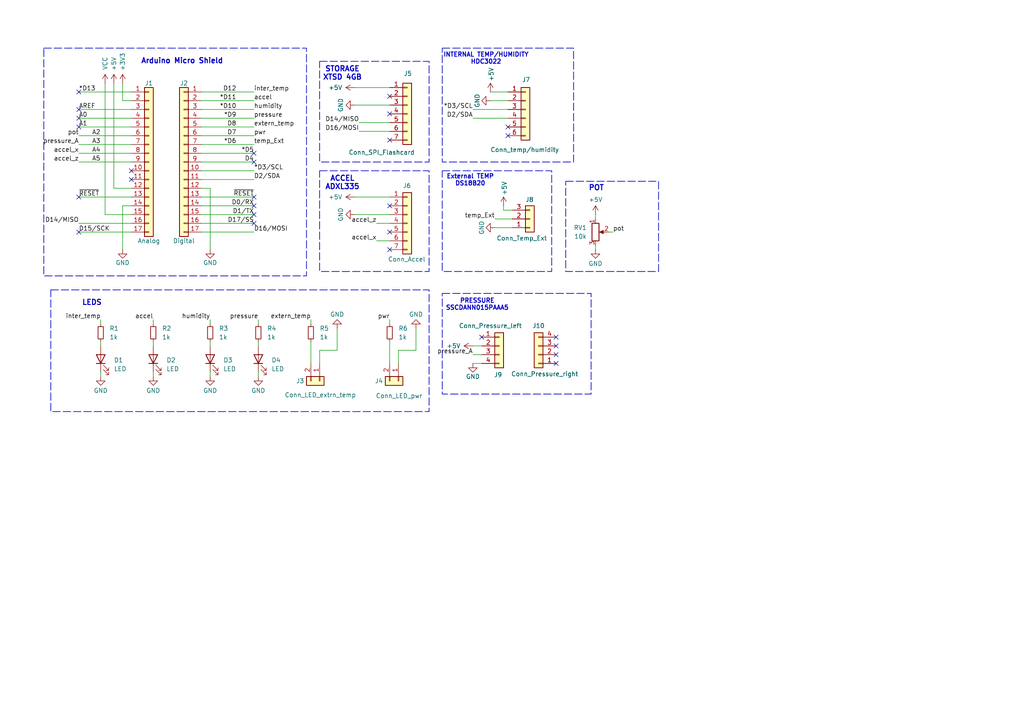
<source format=kicad_sch>
(kicad_sch (version 20231120) (generator "eeschema") (generator_version "8.0")
  (paper "A4")
  (title_block (title "Space Baloon") (date "2025-03-11") (rev "1") (company "Winston Har"))
  (lib_symbols
    (symbol "Connector_Generic:Conn_01x02" (pin_names (offset 1.016) hide)
      (property "Reference" "J" (at 0 2.54 0))
      (property "Value" "Conn_01x02" (at 0 -5.08 0))
      (symbol "Conn_01x02_1_1"
        (rectangle (start -1.27 -2.413) (end 0 -2.667) (stroke (width 0.1524)))
        (rectangle (start -1.27 0.127) (end 0 -0.127) (stroke (width 0.1524)))
        (rectangle (start -1.27 1.27) (end 1.27 -3.81) (stroke (width 0.254)) (fill (type background)))
        (pin passive line (at -5.08 0 0) (length 3.81) (name "Pin_1") (number "1"))
        (pin passive line (at -5.08 -2.54 0) (length 3.81) (name "Pin_2") (number "2"))
      )
    )
    (symbol "Connector_Generic:Conn_01x03" (pin_names (offset 1.016) hide)
      (property "Reference" "J" (at 0 5.08 0))
      (property "Value" "Conn_01x03" (at 0 -5.08 0))
      (symbol "Conn_01x03_1_1"
        (rectangle (start -1.27 -2.413) (end 0 -2.667) (stroke (width 0.1524)))
        (rectangle (start -1.27 0.127) (end 0 -0.127) (stroke (width 0.1524)))
        (rectangle (start -1.27 2.667) (end 0 2.413) (stroke (width 0.1524)))
        (rectangle (start -1.27 3.81) (end 1.27 -3.81) (stroke (width 0.254)) (fill (type background)))
        (pin passive line (at -5.08 2.54 0) (length 3.81) (name "Pin_1") (number "1"))
        (pin passive line (at -5.08 0 0) (length 3.81) (name "Pin_2") (number "2"))
        (pin passive line (at -5.08 -2.54 0) (length 3.81) (name "Pin_3") (number "3"))
      )
    )
    (symbol "Connector_Generic:Conn_01x04" (pin_names (offset 1.016) hide)
      (property "Reference" "J" (at 0 5.08 0))
      (property "Value" "Conn_01x04" (at 0 -7.62 0))
      (symbol "Conn_01x04_1_1"
        (rectangle (start -1.27 -4.953) (end 0 -5.207) (stroke (width 0.1524)))
        (rectangle (start -1.27 -2.413) (end 0 -2.667) (stroke (width 0.1524)))
        (rectangle (start -1.27 0.127) (end 0 -0.127) (stroke (width 0.1524)))
        (rectangle (start -1.27 2.667) (end 0 2.413) (stroke (width 0.1524)))
        (rectangle (start -1.27 3.81) (end 1.27 -6.35) (stroke (width 0.254)) (fill (type background)))
        (pin passive line (at -5.08 2.54 0) (length 3.81) (name "Pin_1") (number "1"))
        (pin passive line (at -5.08 0 0) (length 3.81) (name "Pin_2") (number "2"))
        (pin passive line (at -5.08 -2.54 0) (length 3.81) (name "Pin_3") (number "3"))
        (pin passive line (at -5.08 -5.08 0) (length 3.81) (name "Pin_4") (number "4"))
      )
    )
    (symbol "Connector_Generic:Conn_01x06" (pin_names (offset 1.016) hide)
      (property "Reference" "J" (at 0 7.62 0))
      (property "Value" "Conn_01x06" (at 0 -10.16 0))
      (symbol "Conn_01x06_1_1"
        (rectangle (start -1.27 -7.493) (end 0 -7.747) (stroke (width 0.1524)))
        (rectangle (start -1.27 -4.953) (end 0 -5.207) (stroke (width 0.1524)))
        (rectangle (start -1.27 -2.413) (end 0 -2.667) (stroke (width 0.1524)))
        (rectangle (start -1.27 0.127) (end 0 -0.127) (stroke (width 0.1524)))
        (rectangle (start -1.27 2.667) (end 0 2.413) (stroke (width 0.1524)))
        (rectangle (start -1.27 5.207) (end 0 4.953) (stroke (width 0.1524)))
        (rectangle (start -1.27 6.35) (end 1.27 -8.89) (stroke (width 0.254)) (fill (type background)))
        (pin passive line (at -5.08 5.08 0) (length 3.81) (name "Pin_1") (number "1"))
        (pin passive line (at -5.08 2.54 0) (length 3.81) (name "Pin_2") (number "2"))
        (pin passive line (at -5.08 0 0) (length 3.81) (name "Pin_3") (number "3"))
        (pin passive line (at -5.08 -2.54 0) (length 3.81) (name "Pin_4") (number "4"))
        (pin passive line (at -5.08 -5.08 0) (length 3.81) (name "Pin_5") (number "5"))
        (pin passive line (at -5.08 -7.62 0) (length 3.81) (name "Pin_6") (number "6"))
      )
    )
    (symbol "Connector_Generic:Conn_01x07" (pin_names (offset 1.016) hide)
      (property "Reference" "J" (at 0 10.16 0))
      (property "Value" "Conn_01x07" (at 0 -10.16 0))
      (symbol "Conn_01x07_1_1"
        (rectangle (start -1.27 -7.493) (end 0 -7.747) (stroke (width 0.1524)))
        (rectangle (start -1.27 -4.953) (end 0 -5.207) (stroke (width 0.1524)))
        (rectangle (start -1.27 -2.413) (end 0 -2.667) (stroke (width 0.1524)))
        (rectangle (start -1.27 0.127) (end 0 -0.127) (stroke (width 0.1524)))
        (rectangle (start -1.27 2.667) (end 0 2.413) (stroke (width 0.1524)))
        (rectangle (start -1.27 5.207) (end 0 4.953) (stroke (width 0.1524)))
        (rectangle (start -1.27 7.747) (end 0 7.493) (stroke (width 0.1524)))
        (rectangle (start -1.27 8.89) (end 1.27 -8.89) (stroke (width 0.254)) (fill (type background)))
        (pin passive line (at -5.08 7.62 0) (length 3.81) (name "Pin_1") (number "1"))
        (pin passive line (at -5.08 5.08 0) (length 3.81) (name "Pin_2") (number "2"))
        (pin passive line (at -5.08 2.54 0) (length 3.81) (name "Pin_3") (number "3"))
        (pin passive line (at -5.08 0 0) (length 3.81) (name "Pin_4") (number "4"))
        (pin passive line (at -5.08 -2.54 0) (length 3.81) (name "Pin_5") (number "5"))
        (pin passive line (at -5.08 -5.08 0) (length 3.81) (name "Pin_6") (number "6"))
        (pin passive line (at -5.08 -7.62 0) (length 3.81) (name "Pin_7") (number "7"))
      )
    )
    (symbol "Connector_Generic:Conn_01x17" (pin_names (offset 1.016) hide)
      (property "Reference" "J" (at 0 22.86 0))
      (property "Value" "Conn_01x17" (at 0 -22.86 0))
      (symbol "Conn_01x17_1_1"
        (rectangle (start -1.27 -20.193) (end 0 -20.447) (stroke (width 0.1524)))
        (rectangle (start -1.27 -17.653) (end 0 -17.907) (stroke (width 0.1524)))
        (rectangle (start -1.27 -15.113) (end 0 -15.367) (stroke (width 0.1524)))
        (rectangle (start -1.27 -12.573) (end 0 -12.827) (stroke (width 0.1524)))
        (rectangle (start -1.27 -10.033) (end 0 -10.287) (stroke (width 0.1524)))
        (rectangle (start -1.27 -7.493) (end 0 -7.747) (stroke (width 0.1524)))
        (rectangle (start -1.27 -4.953) (end 0 -5.207) (stroke (width 0.1524)))
        (rectangle (start -1.27 -2.413) (end 0 -2.667) (stroke (width 0.1524)))
        (rectangle (start -1.27 0.127) (end 0 -0.127) (stroke (width 0.1524)))
        (rectangle (start -1.27 2.667) (end 0 2.413) (stroke (width 0.1524)))
        (rectangle (start -1.27 5.207) (end 0 4.953) (stroke (width 0.1524)))
        (rectangle (start -1.27 7.747) (end 0 7.493) (stroke (width 0.1524)))
        (rectangle (start -1.27 10.287) (end 0 10.033) (stroke (width 0.1524)))
        (rectangle (start -1.27 12.827) (end 0 12.573) (stroke (width 0.1524)))
        (rectangle (start -1.27 15.367) (end 0 15.113) (stroke (width 0.1524)))
        (rectangle (start -1.27 17.907) (end 0 17.653) (stroke (width 0.1524)))
        (rectangle (start -1.27 20.447) (end 0 20.193) (stroke (width 0.1524)))
        (rectangle (start -1.27 21.59) (end 1.27 -21.59) (stroke (width 0.254)) (fill (type background)))
        (pin passive line (at -5.08 20.32 0) (length 3.81) (name "Pin_1") (number "1"))
        (pin passive line (at -5.08 -2.54 0) (length 3.81) (name "Pin_10") (number "10"))
        (pin passive line (at -5.08 -5.08 0) (length 3.81) (name "Pin_11") (number "11"))
        (pin passive line (at -5.08 -7.62 0) (length 3.81) (name "Pin_12") (number "12"))
        (pin passive line (at -5.08 -10.16 0) (length 3.81) (name "Pin_13") (number "13"))
        (pin passive line (at -5.08 -12.7 0) (length 3.81) (name "Pin_14") (number "14"))
        (pin passive line (at -5.08 -15.24 0) (length 3.81) (name "Pin_15") (number "15"))
        (pin passive line (at -5.08 -17.78 0) (length 3.81) (name "Pin_16") (number "16"))
        (pin passive line (at -5.08 -20.32 0) (length 3.81) (name "Pin_17") (number "17"))
        (pin passive line (at -5.08 17.78 0) (length 3.81) (name "Pin_2") (number "2"))
        (pin passive line (at -5.08 15.24 0) (length 3.81) (name "Pin_3") (number "3"))
        (pin passive line (at -5.08 12.7 0) (length 3.81) (name "Pin_4") (number "4"))
        (pin passive line (at -5.08 10.16 0) (length 3.81) (name "Pin_5") (number "5"))
        (pin passive line (at -5.08 7.62 0) (length 3.81) (name "Pin_6") (number "6"))
        (pin passive line (at -5.08 5.08 0) (length 3.81) (name "Pin_7") (number "7"))
        (pin passive line (at -5.08 2.54 0) (length 3.81) (name "Pin_8") (number "8"))
        (pin passive line (at -5.08 0 0) (length 3.81) (name "Pin_9") (number "9"))
      )
    )
    (symbol "Device:LED" (pin_numbers hide) (pin_names (offset 1.016) hide)
      (property "Reference" "D" (at 0 2.54 0))
      (property "Value" "LED" (at 0 -2.54 0))
      (symbol "LED_0_1"
        (polyline (pts (xy -1.27 -1.27) (xy -1.27 1.27)) (stroke (width 0.254)))
        (polyline (pts (xy -1.27 0) (xy 1.27 0)))
        (polyline (pts (xy 1.27 -1.27) (xy 1.27 1.27) (xy -1.27 0) (xy 1.27 -1.27)) (stroke (width 0.254)))
        (polyline (pts (xy -3.048 -0.762) (xy -4.572 -2.286) (xy -3.81 -2.286) (xy -4.572 -2.286) (xy -4.572 -1.524)))
        (polyline (pts (xy -1.778 -0.762) (xy -3.302 -2.286) (xy -2.54 -2.286) (xy -3.302 -2.286) (xy -3.302 -1.524)))
      )
      (symbol "LED_1_1"
        (pin passive line (at -3.81 0 0) (length 2.54) (name "K") (number "1"))
        (pin passive line (at 3.81 0 180) (length 2.54) (name "A") (number "2"))
      )
    )
    (symbol "Device:R_Potentiometer" (pin_names (offset 1.016) hide)
      (property "Reference" "RV" (at -4.445 0 90))
      (property "Value" "R_Potentiometer" (at -2.54 0 90))
      (symbol "R_Potentiometer_0_1"
        (polyline (pts (xy 2.54 0) (xy 1.524 0)))
        (polyline (pts (xy 1.143 0) (xy 2.286 0.508) (xy 2.286 -0.508) (xy 1.143 0)) (fill (type outline)))
        (rectangle (start 1.016 2.54) (end -1.016 -2.54) (stroke (width 0.254)))
      )
      (symbol "R_Potentiometer_1_1"
        (pin passive line (at 0 3.81 270) (length 1.27) (name "1") (number "1"))
        (pin passive line (at 3.81 0 180) (length 1.27) (name "2") (number "2"))
        (pin passive line (at 0 -3.81 90) (length 1.27) (name "3") (number "3"))
      )
    )
    (symbol "Device:R_Small" (pin_numbers hide) (pin_names (offset 0.254) hide)
      (property "Reference" "R" (at 0.762 0.508 0))
      (property "Value" "R_Small" (at 0.762 -1.016 0))
      (symbol "R_Small_0_1"
        (rectangle (start -0.762 1.778) (end 0.762 -1.778) (stroke (width 0.2032)))
      )
      (symbol "R_Small_1_1"
        (pin passive line (at 0 2.54 270) (length 0.762) (name "~") (number "1"))
        (pin passive line (at 0 -2.54 90) (length 0.762) (name "~") (number "2"))
      )
    )
    (symbol "power:+3.3V" (power) (pin_names (offset 0))
      (property "Value" "+3.3V" (at 0 3.556 0))
      (symbol "+3.3V_0_1"
        (polyline (pts (xy -0.762 1.27) (xy 0 2.54)))
        (polyline (pts (xy 0 0) (xy 0 2.54)))
        (polyline (pts (xy 0 2.54) (xy 0.762 1.27)))
      )
      (symbol "+3.3V_1_1"
        (pin power_in line (at 0 0 90) (length 0) hide (name "+3V3") (number "1"))
      )
    )
    (symbol "power:+5V" (power) (pin_names (offset 0))
      (property "Value" "+5V" (at 0 3.556 0))
      (symbol "+5V_0_1"
        (polyline (pts (xy -0.762 1.27) (xy 0 2.54)))
        (polyline (pts (xy 0 0) (xy 0 2.54)))
        (polyline (pts (xy 0 2.54) (xy 0.762 1.27)))
      )
      (symbol "+5V_1_1"
        (pin power_in line (at 0 0 90) (length 0) hide (name "+5V") (number "1"))
      )
    )
    (symbol "power:GND" (power) (pin_names (offset 0))
      (property "Value" "GND" (at 0 -3.81 0))
      (symbol "GND_0_1"
        (polyline (pts (xy 0 0) (xy 0 -1.27) (xy 1.27 -1.27) (xy 0 -2.54) (xy -1.27 -1.27) (xy 0 -1.27)))
      )
      (symbol "GND_1_1"
        (pin power_in line (at 0 0 270) (length 0) hide (name "GND") (number "1"))
      )
    )
    (symbol "power:VCC" (power) (pin_names (offset 0))
      (property "Value" "VCC" (at 0 3.81 0))
      (symbol "VCC_0_1"
        (polyline (pts (xy -0.762 1.27) (xy 0 2.54)))
        (polyline (pts (xy 0 0) (xy 0 2.54)))
        (polyline (pts (xy 0 2.54) (xy 0.762 1.27)))
      )
      (symbol "VCC_1_1"
        (pin power_in line (at 0 0 90) (length 0) hide (name "VCC") (number "1"))
      )
    )
  )
  (no_connect (at 147.32 36.83))
  (no_connect (at 22.86 67.31))
  (no_connect (at 161.29 97.79))
  (no_connect (at 22.86 31.75))
  (no_connect (at 113.03 72.39))
  (no_connect (at 73.66 46.99))
  (no_connect (at 147.32 39.37))
  (no_connect (at 113.03 33.02))
  (no_connect (at 73.66 64.77))
  (no_connect (at 38.1 49.53))
  (no_connect (at 161.29 102.87))
  (no_connect (at 38.1 52.07))
  (no_connect (at 161.29 105.41))
  (no_connect (at 22.86 36.83))
  (no_connect (at 161.29 100.33))
  (no_connect (at 139.7 97.79))
  (no_connect (at 73.66 62.23))
  (no_connect (at 22.86 57.15))
  (no_connect (at 73.66 44.45))
  (no_connect (at 113.03 40.64))
  (no_connect (at 113.03 59.69))
  (no_connect (at 22.86 26.67))
  (no_connect (at 113.03 67.31))
  (no_connect (at 113.03 27.94))
  (no_connect (at 73.66 57.15))
  (no_connect (at 22.86 34.29))
  (no_connect (at 73.66 59.69))
  (wire (pts (xy 58.42 59.69) (xy 73.66 59.69)))
  (wire (pts (xy 137.16 102.87) (xy 139.7 102.87)))
  (wire (pts (xy 44.45 92.71) (xy 44.45 93.98)))
  (wire (pts (xy 97.79 101.6) (xy 97.79 95.25)))
  (wire (pts (xy 29.21 92.71) (xy 29.21 93.98)))
  (wire (pts (xy 38.1 29.21) (xy 35.56 29.21)))
  (wire (pts (xy 148.59 66.04) (xy 143.51 66.04)))
  (wire (pts (xy 33.02 24.13) (xy 33.02 54.61)))
  (wire (pts (xy 38.1 54.61) (xy 33.02 54.61)))
  (wire (pts (xy 137.16 31.75) (xy 147.32 31.75)))
  (wire (pts (xy 60.96 99.06) (xy 60.96 100.33)))
  (wire (pts (xy 148.59 60.96) (xy 146.05 60.96)))
  (wire (pts (xy 29.21 107.95) (xy 29.21 109.22)))
  (wire (pts (xy 58.42 31.75) (xy 73.66 31.75)))
  (wire (pts (xy 172.72 62.23) (xy 172.72 63.5)))
  (wire (pts (xy 104.14 38.1) (xy 113.03 38.1)))
  (wire (pts (xy 74.93 107.95) (xy 74.93 109.22)))
  (wire (pts (xy 58.42 64.77) (xy 73.66 64.77)))
  (wire (pts (xy 22.86 39.37) (xy 38.1 39.37)))
  (wire (pts (xy 58.42 36.83) (xy 73.66 36.83)))
  (wire (pts (xy 60.96 107.95) (xy 60.96 109.22)))
  (wire (pts (xy 139.7 100.33) (xy 137.16 100.33)))
  (wire (pts (xy 58.42 39.37) (xy 73.66 39.37)))
  (wire (pts (xy 74.93 99.06) (xy 74.93 100.33)))
  (wire (pts (xy 97.79 101.6) (xy 92.71 101.6)))
  (wire (pts (xy 58.42 52.07) (xy 73.66 52.07)))
  (wire (pts (xy 109.22 69.85) (xy 113.03 69.85)))
  (wire (pts (xy 120.65 101.6) (xy 120.65 95.25)))
  (wire (pts (xy 102.87 30.48) (xy 113.03 30.48)))
  (wire (pts (xy 143.51 63.5) (xy 148.59 63.5)))
  (wire (pts (xy 102.87 57.15) (xy 113.03 57.15)))
  (wire (pts (xy 113.03 92.71) (xy 113.03 93.98)))
  (wire (pts (xy 92.71 101.6) (xy 92.71 105.41)))
  (wire (pts (xy 176.53 67.31) (xy 177.8 67.31)))
  (wire (pts (xy 22.86 31.75) (xy 38.1 31.75)))
  (wire (pts (xy 58.42 44.45) (xy 73.66 44.45)))
  (wire (pts (xy 35.56 24.13) (xy 35.56 29.21)))
  (wire (pts (xy 58.42 54.61) (xy 60.96 54.61)))
  (wire (pts (xy 146.05 59.69) (xy 146.05 60.96)))
  (wire (pts (xy 58.42 26.67) (xy 73.66 26.67)))
  (wire (pts (xy 30.48 24.13) (xy 30.48 62.23)))
  (wire (pts (xy 38.1 62.23) (xy 30.48 62.23)))
  (wire (pts (xy 142.24 26.67) (xy 147.32 26.67)))
  (wire (pts (xy 22.86 57.15) (xy 38.1 57.15)))
  (wire (pts (xy 113.03 99.06) (xy 113.03 105.41)))
  (wire (pts (xy 58.42 41.91) (xy 73.66 41.91)))
  (wire (pts (xy 58.42 46.99) (xy 73.66 46.99)))
  (wire (pts (xy 22.86 34.29) (xy 38.1 34.29)))
  (wire (pts (xy 44.45 99.06) (xy 44.45 100.33)))
  (wire (pts (xy 109.22 64.77) (xy 113.03 64.77)))
  (wire (pts (xy 102.87 62.23) (xy 113.03 62.23)))
  (wire (pts (xy 142.24 29.21) (xy 147.32 29.21)))
  (wire (pts (xy 172.72 72.39) (xy 172.72 71.12)))
  (wire (pts (xy 22.86 64.77) (xy 38.1 64.77)))
  (wire (pts (xy 22.86 26.67) (xy 38.1 26.67)))
  (wire (pts (xy 22.86 44.45) (xy 38.1 44.45)))
  (wire (pts (xy 58.42 49.53) (xy 73.66 49.53)))
  (wire (pts (xy 22.86 36.83) (xy 38.1 36.83)))
  (wire (pts (xy 22.86 46.99) (xy 38.1 46.99)))
  (wire (pts (xy 58.42 34.29) (xy 73.66 34.29)))
  (wire (pts (xy 58.42 67.31) (xy 73.66 67.31)))
  (wire (pts (xy 58.42 57.15) (xy 73.66 57.15)))
  (wire (pts (xy 60.96 54.61) (xy 60.96 72.39)))
  (wire (pts (xy 115.57 101.6) (xy 115.57 105.41)))
  (wire (pts (xy 22.86 67.31) (xy 38.1 67.31)))
  (wire (pts (xy 90.17 92.71) (xy 90.17 93.98)))
  (wire (pts (xy 58.42 62.23) (xy 73.66 62.23)))
  (wire (pts (xy 90.17 99.06) (xy 90.17 105.41)))
  (wire (pts (xy 60.96 92.71) (xy 60.96 93.98)))
  (wire (pts (xy 44.45 107.95) (xy 44.45 109.22)))
  (wire (pts (xy 104.14 35.56) (xy 113.03 35.56)))
  (wire (pts (xy 35.56 59.69) (xy 35.56 72.39)))
  (wire (pts (xy 38.1 59.69) (xy 35.56 59.69)))
  (wire (pts (xy 137.16 34.29) (xy 147.32 34.29)))
  (wire (pts (xy 29.21 99.06) (xy 29.21 100.33)))
  (wire (pts (xy 22.86 41.91) (xy 38.1 41.91)))
  (wire (pts (xy 102.87 25.4) (xy 113.03 25.4)))
  (wire (pts (xy 120.65 101.6) (xy 115.57 101.6)))
  (wire (pts (xy 74.93 92.71) (xy 74.93 93.98)))
  (wire (pts (xy 58.42 29.21) (xy 73.66 29.21)))
  (wire (pts (xy 137.16 105.41) (xy 139.7 105.41)))
  (rectangle (start 128.27 13.97) (end 166.37 46.99) (stroke (width 0.2) (type dash)))
  (rectangle (start 128.27 85.09) (end 171.45 114.3) (stroke (width 0.2) (type dash)))
  (rectangle (start 12.7 13.97) (end 88.9 80.01) (stroke (width 0.2) (type dash)))
  (rectangle (start 14.732 84.074) (end 124.46 119.38) (stroke (width 0.2) (type dash)))
  (rectangle (start 92.71 17.78) (end 124.46 46.99) (stroke (width 0.2) (type dash)))
  (rectangle (start 92.71 49.53) (end 124.46 78.74) (stroke (width 0.2) (type dash)))
  (rectangle (start 128.27 49.53) (end 160.02 78.74) (stroke (width 0.2) (type dash)))
  (rectangle (start 164.084 52.578) (end 191.008 78.74) (stroke (width 0.2) (type dash)))
  (text "ACCEL\nADXL335" (at 99.314 53.086 0) (effects (font (size 1.5 1.5) (thickness 0.3) (bold yes))))
  (text "POT" (at 172.974 54.61 0) (effects (font (size 1.5 1.5) (thickness 0.3) (bold yes))))
  (text "Arduino Micro Shield" (at 52.832 17.78 0) (effects (font (size 1.5 1.5) (thickness 0.3) (bold yes))))
  (text "LEDS" (at 26.67 87.884 0) (effects (font (size 1.5 1.5) (thickness 0.3) (bold yes))))
  (text "INTERNAL TEMP/HUMIDITY\nHDC3022" (at 140.97 17.018 0) (effects (font (size 1.27 1.27) (thickness 0.254) (bold yes))))
  (text "STORAGE\nXTSD 4GB" (at 99.314 21.336 0) (effects (font (size 1.5 1.5) (thickness 0.3) (bold yes))))
  (text "External TEMP\nDS18B20" (at 136.398 52.324 0) (effects (font (size 1.27 1.27) (thickness 0.254) (bold yes))))
  (text "PRESSURE\nSSCDANN015PAAA5" (at 138.43 88.392 0) (effects (font (size 1.27 1.27) (thickness 0.254) (bold yes))))
  (label "humidity" (at 60.96 92.71 180))
  (label "D4" (at 73.66 46.99 180))
  (label "*D10" (at 68.58 31.75 180))
  (label "pressure_A" (at 137.16 102.87 180))
  (label "pot" (at 22.86 39.37 180))
  (label "D2{slash}SDA" (at 137.16 34.29 180))
  (label "D14{slash}MISO" (at 104.14 35.56 180))
  (label "accel" (at 73.66 29.21 0))
  (label "accel_z" (at 22.86 46.99 180))
  (label "D15{slash}SCK" (at 22.86 67.31 0))
  (label "*D13" (at 22.86 26.67 0))
  (label "D16{slash}MOSI" (at 73.66 67.31 0))
  (label "D17{slash}SS" (at 73.66 64.77 180))
  (label "inter_temp" (at 29.21 92.71 180))
  (label "D8" (at 68.58 36.83 180))
  (label "temp_Ext" (at 73.66 41.91 0))
  (label "D16{slash}MOSI" (at 104.14 38.1 180))
  (label "accel_x" (at 22.86 44.45 180))
  (label "*D9" (at 68.58 34.29 180))
  (label "accel_z" (at 109.22 64.77 180))
  (label "pwr" (at 73.66 39.37 0))
  (label "A1" (at 22.86 36.83 0))
  (label "D14{slash}MISO" (at 22.86 64.77 180))
  (label "A2" (at 26.67 39.37 0))
  (label "*D11" (at 68.58 29.21 180))
  (label "*D5" (at 73.66 44.45 180))
  (label "pwr" (at 113.03 92.71 180))
  (label "D7" (at 68.58 39.37 180))
  (label "A3" (at 26.67 41.91 0))
  (label "~{RESET}" (at 73.66 57.15 180))
  (label "A0" (at 22.86 34.29 0))
  (label "pressure" (at 73.66 34.29 0))
  (label "pot" (at 177.8 67.31 0))
  (label "temp_Ext" (at 143.51 63.5 180))
  (label "pressure_A" (at 22.86 41.91 180))
  (label "D12" (at 68.58 26.67 180))
  (label "*D3{slash}SCL" (at 73.66 49.53 0))
  (label "*D3{slash}SCL" (at 137.16 31.75 180))
  (label "A4" (at 26.67 44.45 0))
  (label "D2{slash}SDA" (at 73.66 52.07 0))
  (label "extern_temp" (at 73.66 36.83 0))
  (label "D1{slash}TX" (at 73.66 62.23 180))
  (label "D0{slash}RX" (at 73.66 59.69 180))
  (label "inter_temp" (at 73.66 26.67 0))
  (label "accel_x" (at 109.22 69.85 180))
  (label "*D6" (at 68.58 41.91 180))
  (label "pressure" (at 74.93 92.71 180))
  (label "AREF" (at 22.86 31.75 0))
  (label "~{RESET}" (at 22.86 57.15 0))
  (label "extern_temp" (at 90.17 92.71 180))
  (label "A5" (at 26.67 46.99 0))
  (label "accel" (at 44.45 92.71 180))
  (label "humidity" (at 73.66 31.75 0))
  (symbol (lib_id "Connector_Generic:Conn_01x17") (at 43.18 46.99 0) (unit 1)
    (property "Reference" "J1" (at 43.18 24.13 0))
    (property "Value" "Analog" (at 43.18 69.85 0))
    (property "Footprint" "Connector_PinHeader_2.54mm:PinHeader_1x17_P2.54mm_Vertical" (effects (hide yes)))
  )
  (symbol (lib_id "Connector_Generic:Conn_01x17") (at 53.34 46.99 0) (mirror y) (unit 1)
    (property "Reference" "J2" (at 53.34 24.13 0))
    (property "Value" "Digital" (at 53.34 69.85 0))
    (property "Footprint" "Connector_PinHeader_2.54mm:PinHeader_1x17_P2.54mm_Vertical" (effects (hide yes)))
  )
  (symbol (lib_id "power:GND") (at 142.24 29.21 270) (unit 1)
    (property "Reference" "#PWR012" (effects (hide yes)))
    (property "Value" "GND" (at 138.43 29.21 0))
  )
  (symbol (lib_id "Connector_Generic:Conn_01x07") (at 118.11 64.77 0) (unit 1)
    (property "Reference" "J6" (at 116.84 53.848 0) (effects (justify left)))
    (property "Value" "Conn_Accel" (at 112.522 75.184 0) (effects (justify left)))
    (property "Footprint" "Connector_PinSocket_2.54mm:PinSocket_1x07_P2.54mm_Vertical" (effects (hide yes)))
    (property "Description" "Generic connector, single row, 01x07, script generated (kicad-library-utils/schlib/autogen/connector/)" (effects (hide yes)))
  )
  (symbol (lib_id "Device:LED") (at 74.93 104.14 90) (unit 1)
    (property "Reference" "D4" (at 78.74 104.4574 90) (effects (justify right)))
    (property "Value" "LED" (at 78.74 106.9974 90) (effects (justify right)))
    (property "Footprint" "LED_THT:LED_D5.0mm" (effects (hide yes)))
    (property "Description" "Light emitting diode" (effects (hide yes)))
  )
  (symbol (lib_id "Connector_Generic:Conn_01x06") (at 152.4 31.75 0) (unit 1)
    (property "Reference" "J7" (at 151.384 23.114 0) (effects (justify left)))
    (property "Value" "Conn_temp/humidity" (at 142.24 43.434 0) (effects (justify left)))
    (property "Footprint" "Connector_PinSocket_2.54mm:PinSocket_1x06_P2.54mm_Vertical" (effects (hide yes)))
    (property "Description" "Generic connector, single row, 01x06, script generated (kicad-library-utils/schlib/autogen/connector/)" (effects (hide yes)))
  )
  (symbol (lib_id "Connector_Generic:Conn_01x04") (at 156.21 102.87 180) (unit 1)
    (property "Reference" "J10" (at 156.21 94.488 0))
    (property "Value" "Conn_Pressure_right" (at 157.988 108.458 0))
    (property "Footprint" "Connector_PinSocket_2.54mm:PinSocket_1x04_P2.54mm_Vertical" (effects (hide yes)))
    (property "Description" "Generic connector, single row, 01x04, script generated (kicad-library-utils/schlib/autogen/connector/)" (effects (hide yes)))
  )
  (symbol (lib_id "Device:R_Potentiometer") (at 172.72 67.31 0) (unit 1)
    (property "Reference" "RV1" (at 170.18 66.0399 0) (effects (justify right)))
    (property "Value" "10k" (at 170.18 68.5799 0) (effects (justify right)))
    (property "Footprint" "Potentiometer_THT:Potentiometer_Bourns_3386P_Vertical" (effects (hide yes)))
    (property "Description" "Potentiometer" (effects (hide yes)))
  )
  (symbol (lib_id "power:GND") (at 29.21 109.22 0) (unit 1)
    (property "Reference" "#PWR01" (effects (hide yes)))
    (property "Value" "GND" (at 29.21 113.284 0))
  )
  (symbol (lib_id "Connector_Generic:Conn_01x02") (at 115.57 110.49 270) (unit 1)
    (property "Reference" "J4" (at 108.712 110.49 90) (effects (justify left)))
    (property "Value" "Conn_LED_pwr" (at 108.966 114.808 90) (effects (justify left)))
    (property "Footprint" "Connector_PinSocket_2.54mm:PinSocket_1x02_P2.54mm_Vertical" (effects (hide yes)))
    (property "Description" "Generic connector, single row, 01x02, script generated (kicad-library-utils/schlib/autogen/connector/)" (effects (hide yes)))
  )
  (symbol (lib_id "Device:LED") (at 44.45 104.14 90) (unit 1)
    (property "Reference" "D2" (at 48.26 104.4574 90) (effects (justify right)))
    (property "Value" "LED" (at 48.26 106.9974 90) (effects (justify right)))
    (property "Footprint" "LED_THT:LED_D5.0mm" (effects (hide yes)))
    (property "Description" "Light emitting diode" (effects (hide yes)))
  )
  (symbol (lib_id "power:GND") (at 97.79 95.25 180) (unit 1)
    (property "Reference" "#PWR05" (effects (hide yes)))
    (property "Value" "GND" (at 97.79 91.186 0))
  )
  (symbol (lib_id "power:+5V") (at 137.16 100.33 90) (unit 1)
    (property "Reference" "#PWR015" (effects (hide yes)))
    (property "Value" "+5V" (at 133.604 100.33 90) (effects (justify left)))
  )
  (symbol (lib_id "power:GND") (at 74.93 109.22 0) (unit 1)
    (property "Reference" "#PWR04" (effects (hide yes)))
    (property "Value" "GND" (at 74.93 113.284 0))
  )
  (symbol (lib_id "Device:R_Small") (at 29.21 96.52 0) (unit 1)
    (property "Reference" "R1" (at 31.75 95.2499 0) (effects (justify left)))
    (property "Value" "1k" (at 31.75 97.7899 0) (effects (justify left)))
    (property "Footprint" "Resistor_THT:R_Axial_DIN0204_L3.6mm_D1.6mm_P7.62mm_Horizontal" (effects (hide yes)))
    (property "Description" "Resistor, small symbol" (effects (hide yes)))
  )
  (symbol (lib_id "power:GND") (at 102.87 30.48 270) (unit 1)
    (property "Reference" "#PWR08" (effects (hide yes)))
    (property "Value" "GND" (at 98.806 30.48 0))
  )
  (symbol (lib_id "power:+5V") (at 33.02 24.13 0) (unit 1)
    (property "Reference" "#PWR0103" (effects (hide yes)))
    (property "Value" "+5V" (at 33.02 20.574 90) (effects (justify left)))
  )
  (symbol (lib_id "power:+3.3V") (at 35.56 24.13 0) (unit 1)
    (property "Reference" "#PWR0102" (effects (hide yes)))
    (property "Value" "+3V3" (at 35.56 20.574 90) (effects (justify left)))
  )
  (symbol (lib_id "power:VCC") (at 30.48 24.13 0) (unit 1)
    (property "Reference" "#PWR0101" (effects (hide yes)))
    (property "Value" "VCC" (at 30.48 20.32 90) (effects (justify left)))
  )
  (symbol (lib_id "power:GND") (at 44.45 109.22 0) (unit 1)
    (property "Reference" "#PWR02" (effects (hide yes)))
    (property "Value" "GND" (at 44.45 113.284 0))
  )
  (symbol (lib_id "power:+5V") (at 146.05 59.69 0) (unit 1)
    (property "Reference" "#PWR013" (effects (hide yes)))
    (property "Value" "+5V" (at 146.304 56.642 90) (effects (justify left)))
  )
  (symbol (lib_id "Device:R_Small") (at 113.03 96.52 0) (unit 1)
    (property "Reference" "R6" (at 115.57 95.2499 0) (effects (justify left)))
    (property "Value" "1k" (at 115.57 97.7899 0) (effects (justify left)))
    (property "Footprint" "Resistor_THT:R_Axial_DIN0204_L3.6mm_D1.6mm_P7.62mm_Horizontal" (effects (hide yes)))
    (property "Description" "Resistor, small symbol" (effects (hide yes)))
  )
  (symbol (lib_id "power:+5V") (at 142.24 26.67 0) (unit 1)
    (property "Reference" "#PWR011" (effects (hide yes)))
    (property "Value" "+5V" (at 142.494 23.622 90) (effects (justify left)))
  )
  (symbol (lib_id "Device:R_Small") (at 60.96 96.52 0) (unit 1)
    (property "Reference" "R3" (at 63.5 95.2499 0) (effects (justify left)))
    (property "Value" "1k" (at 63.5 97.7899 0) (effects (justify left)))
    (property "Footprint" "Resistor_THT:R_Axial_DIN0204_L3.6mm_D1.6mm_P7.62mm_Horizontal" (effects (hide yes)))
    (property "Description" "Resistor, small symbol" (effects (hide yes)))
  )
  (symbol (lib_id "Connector_Generic:Conn_01x03") (at 153.67 63.5 0) (mirror x) (unit 1)
    (property "Reference" "J8" (at 152.4 57.912 0) (effects (justify left)))
    (property "Value" "Conn_Temp_Ext" (at 144.018 69.088 0) (effects (justify left)))
    (property "Footprint" "Connector_JST:JST_XH_B3B-XH-A_1x03_P2.50mm_Vertical" (effects (hide yes)))
    (property "Description" "Generic connector, single row, 01x03, script generated (kicad-library-utils/schlib/autogen/connector/)" (effects (hide yes)))
  )
  (symbol (lib_id "Connector_Generic:Conn_01x04") (at 144.78 100.33 0) (unit 1)
    (property "Reference" "J9" (at 143.256 108.712 0) (effects (justify left)))
    (property "Value" "Conn_Pressure_left" (at 133.096 94.488 0) (effects (justify left)))
    (property "Footprint" "Connector_PinSocket_2.54mm:PinSocket_1x04_P2.54mm_Vertical" (effects (hide yes)))
    (property "Description" "Generic connector, single row, 01x04, script generated (kicad-library-utils/schlib/autogen/connector/)" (effects (hide yes)))
  )
  (symbol (lib_id "Device:LED") (at 60.96 104.14 90) (unit 1)
    (property "Reference" "D3" (at 64.77 104.4574 90) (effects (justify right)))
    (property "Value" "LED" (at 64.77 106.9974 90) (effects (justify right)))
    (property "Footprint" "LED_THT:LED_D5.0mm" (effects (hide yes)))
    (property "Description" "Light emitting diode" (effects (hide yes)))
  )
  (symbol (lib_id "power:GND") (at 60.96 109.22 0) (unit 1)
    (property "Reference" "#PWR03" (effects (hide yes)))
    (property "Value" "GND" (at 60.96 113.284 0))
  )
  (symbol (lib_id "power:GND") (at 60.96 72.39 0) (unit 1)
    (property "Reference" "#PWR0105" (effects (hide yes)))
    (property "Value" "GND" (at 60.96 76.2 0))
  )
  (symbol (lib_id "Connector_Generic:Conn_01x07") (at 118.11 33.02 0) (unit 1)
    (property "Reference" "J5" (at 117.094 21.336 0) (effects (justify left)))
    (property "Value" "Conn_SPI_Flashcard" (at 101.092 44.196 0) (effects (justify left)))
    (property "Footprint" "Connector_PinSocket_2.54mm:PinSocket_1x07_P2.54mm_Vertical" (effects (hide yes)))
    (property "Description" "Generic connector, single row, 01x07, script generated (kicad-library-utils/schlib/autogen/connector/)" (effects (hide yes)))
  )
  (symbol (lib_id "Device:LED") (at 29.21 104.14 90) (unit 1)
    (property "Reference" "D1" (at 33.02 104.4574 90) (effects (justify right)))
    (property "Value" "LED" (at 33.02 106.9974 90) (effects (justify right)))
    (property "Footprint" "LED_THT:LED_D5.0mm" (effects (hide yes)))
    (property "Description" "Light emitting diode" (effects (hide yes)))
  )
  (symbol (lib_id "power:GND") (at 102.87 62.23 270) (unit 1)
    (property "Reference" "#PWR010" (effects (hide yes)))
    (property "Value" "GND" (at 98.806 62.23 0))
  )
  (symbol (lib_id "Device:R_Small") (at 90.17 96.52 0) (unit 1)
    (property "Reference" "R5" (at 92.71 95.2499 0) (effects (justify left)))
    (property "Value" "1k" (at 92.71 97.7899 0) (effects (justify left)))
    (property "Footprint" "Resistor_THT:R_Axial_DIN0204_L3.6mm_D1.6mm_P7.62mm_Horizontal" (effects (hide yes)))
    (property "Description" "Resistor, small symbol" (effects (hide yes)))
  )
  (symbol (lib_id "power:GND") (at 143.51 66.04 270) (unit 1)
    (property "Reference" "#PWR014" (effects (hide yes)))
    (property "Value" "GND" (at 139.7 66.04 0))
  )
  (symbol (lib_id "Connector_Generic:Conn_01x02") (at 92.71 110.49 270) (unit 1)
    (property "Reference" "J3" (at 85.852 110.49 90) (effects (justify left)))
    (property "Value" "Conn_LED_extrn_temp" (at 82.55 114.554 90) (effects (justify left)))
    (property "Footprint" "Connector_PinSocket_2.54mm:PinSocket_1x02_P2.54mm_Vertical" (effects (hide yes)))
    (property "Description" "Generic connector, single row, 01x02, script generated (kicad-library-utils/schlib/autogen/connector/)" (effects (hide yes)))
  )
  (symbol (lib_id "power:+5V") (at 172.72 62.23 0) (unit 1)
    (property "Reference" "#PWR017" (effects (hide yes)))
    (property "Value" "+5V" (at 170.688 57.912 0) (effects (justify left)))
  )
  (symbol (lib_id "Device:R_Small") (at 44.45 96.52 0) (unit 1)
    (property "Reference" "R2" (at 46.99 95.2499 0) (effects (justify left)))
    (property "Value" "1k" (at 46.99 97.7899 0) (effects (justify left)))
    (property "Footprint" "Resistor_THT:R_Axial_DIN0204_L3.6mm_D1.6mm_P7.62mm_Horizontal" (effects (hide yes)))
    (property "Description" "Resistor, small symbol" (effects (hide yes)))
  )
  (symbol (lib_id "power:GND") (at 35.56 72.39 0) (unit 1)
    (property "Reference" "#PWR0104" (effects (hide yes)))
    (property "Value" "GND" (at 35.56 76.2 0))
  )
  (symbol (lib_id "Device:R_Small") (at 74.93 96.52 0) (unit 1)
    (property "Reference" "R4" (at 77.47 95.2499 0) (effects (justify left)))
    (property "Value" "1k" (at 77.47 97.7899 0) (effects (justify left)))
    (property "Footprint" "Resistor_THT:R_Axial_DIN0204_L3.6mm_D1.6mm_P7.62mm_Horizontal" (effects (hide yes)))
    (property "Description" "Resistor, small symbol" (effects (hide yes)))
  )
  (symbol (lib_id "power:+5V") (at 102.87 57.15 90) (unit 1)
    (property "Reference" "#PWR09" (effects (hide yes)))
    (property "Value" "+5V" (at 99.314 57.15 90) (effects (justify left)))
  )
  (symbol (lib_id "power:+5V") (at 102.87 25.4 90) (unit 1)
    (property "Reference" "#PWR07" (effects (hide yes)))
    (property "Value" "+5V" (at 99.314 25.4 90) (effects (justify left)))
  )
  (symbol (lib_id "power:GND") (at 172.72 72.39 0) (unit 1)
    (property "Reference" "#PWR018" (effects (hide yes)))
    (property "Value" "GND" (at 172.72 76.454 0))
  )
  (symbol (lib_id "power:GND") (at 137.16 105.41 0) (unit 1)
    (property "Reference" "#PWR016" (effects (hide yes)))
    (property "Value" "GND" (at 137.16 109.22 0))
  )
  (symbol (lib_id "power:GND") (at 120.65 95.25 180) (unit 1)
    (property "Reference" "#PWR06" (effects (hide yes)))
    (property "Value" "GND" (at 120.65 91.186 0))
  )
)
</source>
